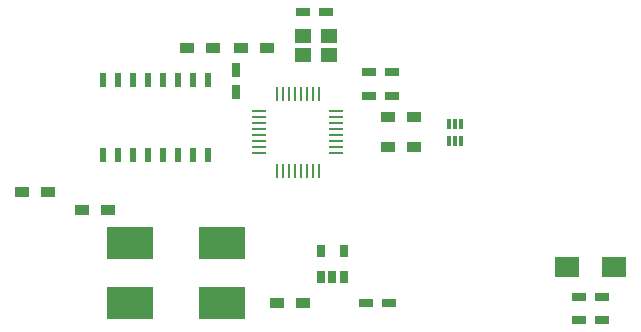
<source format=gbr>
G04 #@! TF.FileFunction,Paste,Top*
%FSLAX46Y46*%
G04 Gerber Fmt 4.6, Leading zero omitted, Abs format (unit mm)*
G04 Created by KiCad (PCBNEW 4.0.5+dfsg1-4) date Fri Dec 28 13:07:42 2018*
%MOMM*%
%LPD*%
G01*
G04 APERTURE LIST*
%ADD10C,0.100000*%
%ADD11R,4.000500X2.700020*%
%ADD12R,1.400000X1.200000*%
%ADD13R,1.200000X0.750000*%
%ADD14R,2.000000X1.700000*%
%ADD15R,1.200000X0.900000*%
%ADD16R,0.300000X0.850000*%
%ADD17R,0.508000X1.143000*%
%ADD18R,1.200000X0.280000*%
%ADD19R,0.280000X1.200000*%
%ADD20R,0.750000X1.200000*%
%ADD21R,0.650000X1.060000*%
G04 APERTURE END LIST*
D10*
D11*
X149019260Y-116078000D03*
X156796740Y-116078000D03*
X149019260Y-110998000D03*
X156796740Y-110998000D03*
D12*
X163650000Y-95050000D03*
X165850000Y-95050000D03*
X165850000Y-93450000D03*
X163650000Y-93450000D03*
D13*
X169230000Y-96520000D03*
X171130000Y-96520000D03*
X169230000Y-98552000D03*
X171130000Y-98552000D03*
D14*
X185960000Y-113030000D03*
X189960000Y-113030000D03*
D15*
X161460000Y-116078000D03*
X163660000Y-116078000D03*
X142070000Y-106680000D03*
X139870000Y-106680000D03*
X147150000Y-108204000D03*
X144950000Y-108204000D03*
X158412000Y-94488000D03*
X160612000Y-94488000D03*
X156040000Y-94488000D03*
X153840000Y-94488000D03*
D16*
X176030000Y-100875000D03*
X176530000Y-100875000D03*
X177030000Y-100875000D03*
X177030000Y-102325000D03*
X176530000Y-102325000D03*
X176030000Y-102325000D03*
D13*
X188910000Y-117475000D03*
X187010000Y-117475000D03*
X188910000Y-115570000D03*
X187010000Y-115570000D03*
D17*
X155575000Y-103505000D03*
X153035000Y-103505000D03*
X151765000Y-103505000D03*
X150495000Y-103505000D03*
X149225000Y-103505000D03*
X147955000Y-103505000D03*
X146685000Y-103505000D03*
X146685000Y-97155000D03*
X147955000Y-97155000D03*
X149225000Y-97155000D03*
X150495000Y-97155000D03*
X151765000Y-97155000D03*
X153035000Y-97155000D03*
X154305000Y-97155000D03*
X155575000Y-97155000D03*
X154305000Y-103505000D03*
D18*
X159945000Y-99850000D03*
X159945000Y-100350000D03*
X159945000Y-100850000D03*
X159945000Y-101350000D03*
X159945000Y-101850000D03*
X159945000Y-102350000D03*
X159945000Y-102850000D03*
X159945000Y-103350000D03*
D19*
X161445000Y-104850000D03*
X161945000Y-104850000D03*
X162445000Y-104850000D03*
X162945000Y-104850000D03*
X163445000Y-104850000D03*
X163945000Y-104850000D03*
X164445000Y-104850000D03*
X164945000Y-104850000D03*
D18*
X166445000Y-103350000D03*
X166445000Y-102850000D03*
X166445000Y-102350000D03*
X166445000Y-101850000D03*
X166445000Y-101350000D03*
X166445000Y-100850000D03*
X166445000Y-100350000D03*
X166445000Y-99850000D03*
D19*
X164945000Y-98350000D03*
X164445000Y-98350000D03*
X163945000Y-98350000D03*
X163445000Y-98350000D03*
X162945000Y-98350000D03*
X162445000Y-98350000D03*
X161945000Y-98350000D03*
X161445000Y-98350000D03*
D20*
X157988000Y-98232000D03*
X157988000Y-96332000D03*
D15*
X173058000Y-102870000D03*
X170858000Y-102870000D03*
D13*
X168976000Y-116078000D03*
X170876000Y-116078000D03*
X163642000Y-91440000D03*
X165542000Y-91440000D03*
D15*
X173058000Y-100330000D03*
X170858000Y-100330000D03*
D21*
X165166000Y-113876000D03*
X166116000Y-113876000D03*
X167066000Y-113876000D03*
X167066000Y-111676000D03*
X165166000Y-111676000D03*
M02*

</source>
